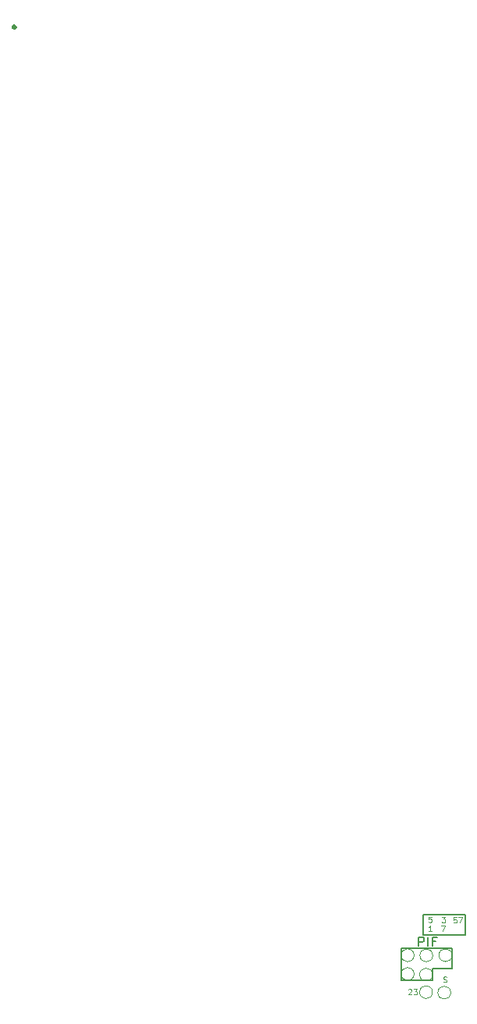
<source format=gbr>
%TF.GenerationSoftware,KiCad,Pcbnew,8.99.0-409-g72d83cd5de*%
%TF.CreationDate,2024-05-03T23:53:59-05:00*%
%TF.ProjectId,RCP-FLEX,5243502d-464c-4455-982e-6b696361645f,rev?*%
%TF.SameCoordinates,Original*%
%TF.FileFunction,Legend,Top*%
%TF.FilePolarity,Positive*%
%FSLAX46Y46*%
G04 Gerber Fmt 4.6, Leading zero omitted, Abs format (unit mm)*
G04 Created by KiCad (PCBNEW 8.99.0-409-g72d83cd5de) date 2024-05-03 23:53:59*
%MOMM*%
%LPD*%
G01*
G04 APERTURE LIST*
%ADD10C,0.150000*%
%ADD11C,0.305868*%
%ADD12C,0.100000*%
%ADD13C,0.120000*%
G04 APERTURE END LIST*
D10*
X160450000Y-136910000D02*
X165070000Y-136910000D01*
X165070000Y-139120000D01*
X160450000Y-139120000D01*
X160450000Y-136910000D01*
X163485828Y-140577295D02*
X163585828Y-140577295D01*
X161485828Y-144077295D02*
X158785828Y-144077295D01*
X163590000Y-140600000D02*
X163590000Y-142600000D01*
X158085828Y-144077295D02*
X158085828Y-140577295D01*
X163585828Y-142677295D02*
X163585828Y-142777295D01*
D11*
X116294397Y-40727295D02*
G75*
G02*
X115988529Y-40727295I-152934J0D01*
G01*
X115988529Y-40727295D02*
G75*
G02*
X116294397Y-40727295I152934J0D01*
G01*
D10*
X158085828Y-140577295D02*
X163485828Y-140577295D01*
X163585828Y-142577295D02*
X163585828Y-142677295D01*
X161485828Y-142777295D02*
X161485828Y-144077295D01*
X163585828Y-142777295D02*
X161485828Y-142777295D01*
X158785828Y-144077295D02*
X158085828Y-144077295D01*
D12*
X162681537Y-144220095D02*
X162767252Y-144248666D01*
X162767252Y-144248666D02*
X162910109Y-144248666D01*
X162910109Y-144248666D02*
X162967252Y-144220095D01*
X162967252Y-144220095D02*
X162995823Y-144191523D01*
X162995823Y-144191523D02*
X163024394Y-144134380D01*
X163024394Y-144134380D02*
X163024394Y-144077237D01*
X163024394Y-144077237D02*
X162995823Y-144020095D01*
X162995823Y-144020095D02*
X162967252Y-143991523D01*
X162967252Y-143991523D02*
X162910109Y-143962952D01*
X162910109Y-143962952D02*
X162795823Y-143934380D01*
X162795823Y-143934380D02*
X162738680Y-143905809D01*
X162738680Y-143905809D02*
X162710109Y-143877237D01*
X162710109Y-143877237D02*
X162681537Y-143820095D01*
X162681537Y-143820095D02*
X162681537Y-143762952D01*
X162681537Y-143762952D02*
X162710109Y-143705809D01*
X162710109Y-143705809D02*
X162738680Y-143677237D01*
X162738680Y-143677237D02*
X162795823Y-143648666D01*
X162795823Y-143648666D02*
X162938680Y-143648666D01*
X162938680Y-143648666D02*
X163024394Y-143677237D01*
X162462966Y-138141371D02*
X162862966Y-138141371D01*
X162862966Y-138141371D02*
X162605823Y-138741371D01*
X161434394Y-138698666D02*
X161091537Y-138698666D01*
X161262966Y-138698666D02*
X161262966Y-138098666D01*
X161262966Y-138098666D02*
X161205823Y-138184380D01*
X161205823Y-138184380D02*
X161148680Y-138241523D01*
X161148680Y-138241523D02*
X161091537Y-138270095D01*
X161405823Y-137148666D02*
X161120109Y-137148666D01*
X161120109Y-137148666D02*
X161091537Y-137434380D01*
X161091537Y-137434380D02*
X161120109Y-137405809D01*
X161120109Y-137405809D02*
X161177252Y-137377237D01*
X161177252Y-137377237D02*
X161320109Y-137377237D01*
X161320109Y-137377237D02*
X161377252Y-137405809D01*
X161377252Y-137405809D02*
X161405823Y-137434380D01*
X161405823Y-137434380D02*
X161434394Y-137491523D01*
X161434394Y-137491523D02*
X161434394Y-137634380D01*
X161434394Y-137634380D02*
X161405823Y-137691523D01*
X161405823Y-137691523D02*
X161377252Y-137720095D01*
X161377252Y-137720095D02*
X161320109Y-137748666D01*
X161320109Y-137748666D02*
X161177252Y-137748666D01*
X161177252Y-137748666D02*
X161120109Y-137720095D01*
X161120109Y-137720095D02*
X161091537Y-137691523D01*
X164105823Y-137198666D02*
X163820109Y-137198666D01*
X163820109Y-137198666D02*
X163791537Y-137484380D01*
X163791537Y-137484380D02*
X163820109Y-137455809D01*
X163820109Y-137455809D02*
X163877252Y-137427237D01*
X163877252Y-137427237D02*
X164020109Y-137427237D01*
X164020109Y-137427237D02*
X164077252Y-137455809D01*
X164077252Y-137455809D02*
X164105823Y-137484380D01*
X164105823Y-137484380D02*
X164134394Y-137541523D01*
X164134394Y-137541523D02*
X164134394Y-137684380D01*
X164134394Y-137684380D02*
X164105823Y-137741523D01*
X164105823Y-137741523D02*
X164077252Y-137770095D01*
X164077252Y-137770095D02*
X164020109Y-137798666D01*
X164020109Y-137798666D02*
X163877252Y-137798666D01*
X163877252Y-137798666D02*
X163820109Y-137770095D01*
X163820109Y-137770095D02*
X163791537Y-137741523D01*
X164334395Y-137198666D02*
X164734395Y-137198666D01*
X164734395Y-137198666D02*
X164477252Y-137798666D01*
D10*
X160022607Y-140347114D02*
X160022607Y-139347114D01*
X160022607Y-139347114D02*
X160403559Y-139347114D01*
X160403559Y-139347114D02*
X160498797Y-139394733D01*
X160498797Y-139394733D02*
X160546416Y-139442352D01*
X160546416Y-139442352D02*
X160594035Y-139537590D01*
X160594035Y-139537590D02*
X160594035Y-139680447D01*
X160594035Y-139680447D02*
X160546416Y-139775685D01*
X160546416Y-139775685D02*
X160498797Y-139823304D01*
X160498797Y-139823304D02*
X160403559Y-139870923D01*
X160403559Y-139870923D02*
X160022607Y-139870923D01*
X161022607Y-140347114D02*
X161022607Y-139347114D01*
X161832130Y-139823304D02*
X161498797Y-139823304D01*
X161498797Y-140347114D02*
X161498797Y-139347114D01*
X161498797Y-139347114D02*
X161974987Y-139347114D01*
D12*
X158891537Y-145055809D02*
X158920109Y-145027237D01*
X158920109Y-145027237D02*
X158977252Y-144998666D01*
X158977252Y-144998666D02*
X159120109Y-144998666D01*
X159120109Y-144998666D02*
X159177252Y-145027237D01*
X159177252Y-145027237D02*
X159205823Y-145055809D01*
X159205823Y-145055809D02*
X159234394Y-145112952D01*
X159234394Y-145112952D02*
X159234394Y-145170095D01*
X159234394Y-145170095D02*
X159205823Y-145255809D01*
X159205823Y-145255809D02*
X158862966Y-145598666D01*
X158862966Y-145598666D02*
X159234394Y-145598666D01*
X159434395Y-144998666D02*
X159805823Y-144998666D01*
X159805823Y-144998666D02*
X159605823Y-145227237D01*
X159605823Y-145227237D02*
X159691538Y-145227237D01*
X159691538Y-145227237D02*
X159748681Y-145255809D01*
X159748681Y-145255809D02*
X159777252Y-145284380D01*
X159777252Y-145284380D02*
X159805823Y-145341523D01*
X159805823Y-145341523D02*
X159805823Y-145484380D01*
X159805823Y-145484380D02*
X159777252Y-145541523D01*
X159777252Y-145541523D02*
X159748681Y-145570095D01*
X159748681Y-145570095D02*
X159691538Y-145598666D01*
X159691538Y-145598666D02*
X159520109Y-145598666D01*
X159520109Y-145598666D02*
X159462966Y-145570095D01*
X159462966Y-145570095D02*
X159434395Y-145541523D01*
X162531503Y-137161371D02*
X162902931Y-137161371D01*
X162902931Y-137161371D02*
X162702931Y-137389942D01*
X162702931Y-137389942D02*
X162788646Y-137389942D01*
X162788646Y-137389942D02*
X162845789Y-137418514D01*
X162845789Y-137418514D02*
X162874360Y-137447085D01*
X162874360Y-137447085D02*
X162902931Y-137504228D01*
X162902931Y-137504228D02*
X162902931Y-137647085D01*
X162902931Y-137647085D02*
X162874360Y-137704228D01*
X162874360Y-137704228D02*
X162845789Y-137732800D01*
X162845789Y-137732800D02*
X162788646Y-137761371D01*
X162788646Y-137761371D02*
X162617217Y-137761371D01*
X162617217Y-137761371D02*
X162560074Y-137732800D01*
X162560074Y-137732800D02*
X162531503Y-137704228D01*
D13*
%TO.C,TP38*%
X161511463Y-145327295D02*
G75*
G02*
X160111463Y-145327295I-700000J0D01*
G01*
X160111463Y-145327295D02*
G75*
G02*
X161511463Y-145327295I700000J0D01*
G01*
%TO.C,TP37*%
X161511463Y-143427295D02*
G75*
G02*
X160111463Y-143427295I-700000J0D01*
G01*
X160111463Y-143427295D02*
G75*
G02*
X161511463Y-143427295I700000J0D01*
G01*
%TO.C,TP34*%
X159511463Y-143362295D02*
G75*
G02*
X158111463Y-143362295I-700000J0D01*
G01*
X158111463Y-143362295D02*
G75*
G02*
X159511463Y-143362295I700000J0D01*
G01*
%TO.C,TP35*%
X161536463Y-141350495D02*
G75*
G02*
X160136463Y-141350495I-700000J0D01*
G01*
X160136463Y-141350495D02*
G75*
G02*
X161536463Y-141350495I700000J0D01*
G01*
%TO.C,TP40*%
X163485828Y-145377295D02*
G75*
G02*
X162085828Y-145377295I-700000J0D01*
G01*
X162085828Y-145377295D02*
G75*
G02*
X163485828Y-145377295I700000J0D01*
G01*
%TO.C,TP39*%
X163611463Y-141327295D02*
G75*
G02*
X162211463Y-141327295I-700000J0D01*
G01*
X162211463Y-141327295D02*
G75*
G02*
X163611463Y-141327295I700000J0D01*
G01*
%TO.C,TP36*%
X159511463Y-141330295D02*
G75*
G02*
X158111463Y-141330295I-700000J0D01*
G01*
X158111463Y-141330295D02*
G75*
G02*
X159511463Y-141330295I700000J0D01*
G01*
%TD*%
M02*

</source>
